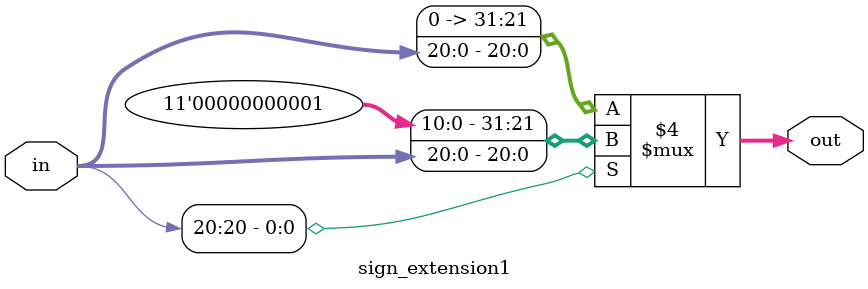
<source format=v>
module sign_extension1(in, out);
input [20:0] in;
output reg [31:0] out;

always @ *
begin 
	if(in[20]==0)
		out = {11'b0, in};
	else
		out = {11'b1, in};
end
endmodule
</source>
